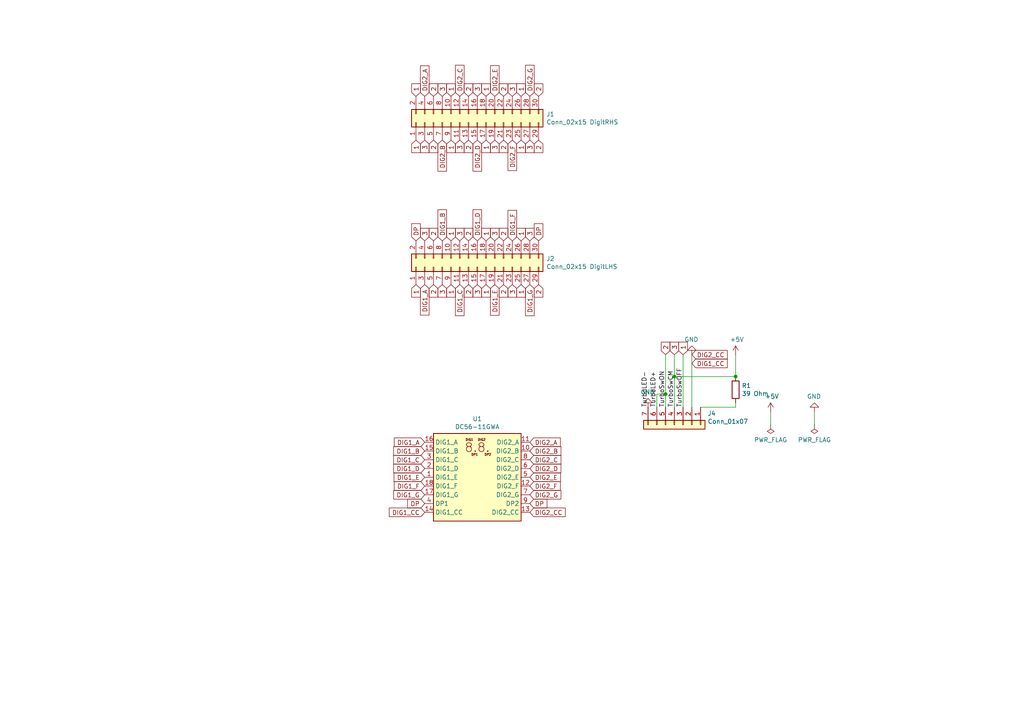
<source format=kicad_sch>
(kicad_sch (version 20250114) (generator "eeschema") (generator_version "9.0")
  (paper "A4")
  (title_block (title "MHz Display Blaster") (date "2023-07-02") (rev "rev.0.2") (company "Scrap Computing"))
  (lib_symbols
    (symbol "Connector_Generic:Conn_01x07" (pin_names (offset 1.016) (hide yes))
      (property "Reference" "J" (at 0 10.16 0))
      (property "Value" "Conn_01x07" (at 0 -10.16 0))
      (symbol "Conn_01x07_1_1"
        (rectangle (start -1.27 8.89) (end 1.27 -8.89) (stroke (width 0.254)) (fill (type background)))
        (rectangle (start -1.27 7.747) (end 0 7.493) (stroke (width 0.1524)))
        (rectangle (start -1.27 5.207) (end 0 4.953) (stroke (width 0.1524)))
        (rectangle (start -1.27 2.667) (end 0 2.413) (stroke (width 0.1524)))
        (rectangle (start -1.27 0.127) (end 0 -0.127) (stroke (width 0.1524)))
        (rectangle (start -1.27 -2.413) (end 0 -2.667) (stroke (width 0.1524)))
        (rectangle (start -1.27 -4.953) (end 0 -5.207) (stroke (width 0.1524)))
        (rectangle (start -1.27 -7.493) (end 0 -7.747) (stroke (width 0.1524)))
        (pin passive line (at -5.08 7.62 0) (length 3.81) (name "Pin_1") (number "1"))
        (pin passive line (at -5.08 5.08 0) (length 3.81) (name "Pin_2") (number "2"))
        (pin passive line (at -5.08 2.54 0) (length 3.81) (name "Pin_3") (number "3"))
        (pin passive line (at -5.08 0 0) (length 3.81) (name "Pin_4") (number "4"))
        (pin passive line (at -5.08 -2.54 0) (length 3.81) (name "Pin_5") (number "5"))
        (pin passive line (at -5.08 -5.08 0) (length 3.81) (name "Pin_6") (number "6"))
        (pin passive line (at -5.08 -7.62 0) (length 3.81) (name "Pin_7") (number "7"))
      )
    )
    (symbol "Connector_Generic:Conn_02x15_Odd_Even" (pin_names (offset 1.016) (hide yes))
      (property "Reference" "J" (at 1.27 20.32 0))
      (property "Value" "Conn_02x15_Odd_Even" (at 1.27 -20.32 0))
      (symbol "Conn_02x15_Odd_Even_1_1"
        (rectangle (start -1.27 19.05) (end 3.81 -19.05) (stroke (width 0.254)) (fill (type background)))
        (rectangle (start -1.27 17.907) (end 0 17.653) (stroke (width 0.1524)))
        (rectangle (start -1.27 15.367) (end 0 15.113) (stroke (width 0.1524)))
        (rectangle (start -1.27 12.827) (end 0 12.573) (stroke (width 0.1524)))
        (rectangle (start -1.27 10.287) (end 0 10.033) (stroke (width 0.1524)))
        (rectangle (start -1.27 7.747) (end 0 7.493) (stroke (width 0.1524)))
        (rectangle (start -1.27 5.207) (end 0 4.953) (stroke (width 0.1524)))
        (rectangle (start -1.27 2.667) (end 0 2.413) (stroke (width 0.1524)))
        (rectangle (start -1.27 0.127) (end 0 -0.127) (stroke (width 0.1524)))
        (rectangle (start -1.27 -2.413) (end 0 -2.667) (stroke (width 0.1524)))
        (rectangle (start -1.27 -4.953) (end 0 -5.207) (stroke (width 0.1524)))
        (rectangle (start -1.27 -7.493) (end 0 -7.747) (stroke (width 0.1524)))
        (rectangle (start -1.27 -10.033) (end 0 -10.287) (stroke (width 0.1524)))
        (rectangle (start -1.27 -12.573) (end 0 -12.827) (stroke (width 0.1524)))
        (rectangle (start -1.27 -15.113) (end 0 -15.367) (stroke (width 0.1524)))
        (rectangle (start -1.27 -17.653) (end 0 -17.907) (stroke (width 0.1524)))
        (rectangle (start 3.81 17.907) (end 2.54 17.653) (stroke (width 0.1524)))
        (rectangle (start 3.81 15.367) (end 2.54 15.113) (stroke (width 0.1524)))
        (rectangle (start 3.81 12.827) (end 2.54 12.573) (stroke (width 0.1524)))
        (rectangle (start 3.81 10.287) (end 2.54 10.033) (stroke (width 0.1524)))
        (rectangle (start 3.81 7.747) (end 2.54 7.493) (stroke (width 0.1524)))
        (rectangle (start 3.81 5.207) (end 2.54 4.953) (stroke (width 0.1524)))
        (rectangle (start 3.81 2.667) (end 2.54 2.413) (stroke (width 0.1524)))
        (rectangle (start 3.81 0.127) (end 2.54 -0.127) (stroke (width 0.1524)))
        (rectangle (start 3.81 -2.413) (end 2.54 -2.667) (stroke (width 0.1524)))
        (rectangle (start 3.81 -4.953) (end 2.54 -5.207) (stroke (width 0.1524)))
        (rectangle (start 3.81 -7.493) (end 2.54 -7.747) (stroke (width 0.1524)))
        (rectangle (start 3.81 -10.033) (end 2.54 -10.287) (stroke (width 0.1524)))
        (rectangle (start 3.81 -12.573) (end 2.54 -12.827) (stroke (width 0.1524)))
        (rectangle (start 3.81 -15.113) (end 2.54 -15.367) (stroke (width 0.1524)))
        (rectangle (start 3.81 -17.653) (end 2.54 -17.907) (stroke (width 0.1524)))
        (pin passive line (at -5.08 17.78 0) (length 3.81) (name "Pin_1") (number "1"))
        (pin passive line (at -5.08 15.24 0) (length 3.81) (name "Pin_3") (number "3"))
        (pin passive line (at -5.08 12.7 0) (length 3.81) (name "Pin_5") (number "5"))
        (pin passive line (at -5.08 10.16 0) (length 3.81) (name "Pin_7") (number "7"))
        (pin passive line (at -5.08 7.62 0) (length 3.81) (name "Pin_9") (number "9"))
        (pin passive line (at -5.08 5.08 0) (length 3.81) (name "Pin_11") (number "11"))
        (pin passive line (at -5.08 2.54 0) (length 3.81) (name "Pin_13") (number "13"))
        (pin passive line (at -5.08 0 0) (length 3.81) (name "Pin_15") (number "15"))
        (pin passive line (at -5.08 -2.54 0) (length 3.81) (name "Pin_17") (number "17"))
        (pin passive line (at -5.08 -5.08 0) (length 3.81) (name "Pin_19") (number "19"))
        (pin passive line (at -5.08 -7.62 0) (length 3.81) (name "Pin_21") (number "21"))
        (pin passive line (at -5.08 -10.16 0) (length 3.81) (name "Pin_23") (number "23"))
        (pin passive line (at -5.08 -12.7 0) (length 3.81) (name "Pin_25") (number "25"))
        (pin passive line (at -5.08 -15.24 0) (length 3.81) (name "Pin_27") (number "27"))
        (pin passive line (at -5.08 -17.78 0) (length 3.81) (name "Pin_29") (number "29"))
        (pin passive line (at 7.62 17.78 180) (length 3.81) (name "Pin_2") (number "2"))
        (pin passive line (at 7.62 15.24 180) (length 3.81) (name "Pin_4") (number "4"))
        (pin passive line (at 7.62 12.7 180) (length 3.81) (name "Pin_6") (number "6"))
        (pin passive line (at 7.62 10.16 180) (length 3.81) (name "Pin_8") (number "8"))
        (pin passive line (at 7.62 7.62 180) (length 3.81) (name "Pin_10") (number "10"))
        (pin passive line (at 7.62 5.08 180) (length 3.81) (name "Pin_12") (number "12"))
        (pin passive line (at 7.62 2.54 180) (length 3.81) (name "Pin_14") (number "14"))
        (pin passive line (at 7.62 0 180) (length 3.81) (name "Pin_16") (number "16"))
        (pin passive line (at 7.62 -2.54 180) (length 3.81) (name "Pin_18") (number "18"))
        (pin passive line (at 7.62 -5.08 180) (length 3.81) (name "Pin_20") (number "20"))
        (pin passive line (at 7.62 -7.62 180) (length 3.81) (name "Pin_22") (number "22"))
        (pin passive line (at 7.62 -10.16 180) (length 3.81) (name "Pin_24") (number "24"))
        (pin passive line (at 7.62 -12.7 180) (length 3.81) (name "Pin_26") (number "26"))
        (pin passive line (at 7.62 -15.24 180) (length 3.81) (name "Pin_28") (number "28"))
        (pin passive line (at 7.62 -17.78 180) (length 3.81) (name "Pin_30") (number "30"))
      )
    )
    (symbol "Device:R" (pin_numbers (hide yes)) (pin_names (offset 0))
      (property "Reference" "R" (at 2.032 0 90))
      (property "Value" "R" (at 0 0 90))
      (symbol "R_0_1"
        (rectangle (start -1.016 -2.54) (end 1.016 2.54) (stroke (width 0.254)))
      )
      (symbol "R_1_1"
        (pin passive line (at 0 3.81 270) (length 1.27) (name "~") (number "1"))
        (pin passive line (at 0 -3.81 90) (length 1.27) (name "~") (number "2"))
      )
    )
    (symbol "Display_Character:DC56-11GWA"
      (property "Reference" "U" (at -11.43 13.97 0))
      (property "Value" "DC56-11GWA" (at 12.065 13.97 0))
      (symbol "DC56-11GWA_0_0"
        (text "DIG1" (at -2.286 10.922 0) (effects (font (size 0.635 0.635))))
        (text "DP1" (at -0.762 6.604 0) (effects (font (size 0.635 0.635))))
        (text "8.8." (at 0 8.636 0) (effects (font (size 2.54 2.54))))
        (text "DIG2" (at 1.27 10.922 0) (effects (font (size 0.635 0.635))))
        (text "DP2" (at 3.048 6.604 0) (effects (font (size 0.635 0.635))))
      )
      (symbol "DC56-11GWA_0_1"
        (rectangle (start -12.7 12.7) (end 12.7 -12.7) (stroke (width 0.254)) (fill (type background)))
      )
      (symbol "DC56-11GWA_1_1"
        (pin input line (at -15.24 10.16 0) (length 2.54) (name "DIG1_A") (number "16"))
        (pin input line (at -15.24 7.62 0) (length 2.54) (name "DIG1_B") (number "15"))
        (pin input line (at -15.24 5.08 0) (length 2.54) (name "DIG1_C") (number "3"))
        (pin input line (at -15.24 2.54 0) (length 2.54) (name "DIG1_D") (number "2"))
        (pin input line (at -15.24 0 0) (length 2.54) (name "DIG1_E") (number "1"))
        (pin input line (at -15.24 -2.54 0) (length 2.54) (name "DIG1_F") (number "18"))
        (pin input line (at -15.24 -5.08 0) (length 2.54) (name "DIG1_G") (number "17"))
        (pin input line (at -15.24 -7.62 0) (length 2.54) (name "DP1") (number "4"))
        (pin input line (at -15.24 -10.16 0) (length 2.54) (name "DIG1_CC") (number "14"))
        (pin input line (at 15.24 10.16 180) (length 2.54) (name "DIG2_A") (number "11"))
        (pin input line (at 15.24 7.62 180) (length 2.54) (name "DIG2_B") (number "10"))
        (pin input line (at 15.24 5.08 180) (length 2.54) (name "DIG2_C") (number "8"))
        (pin input line (at 15.24 2.54 180) (length 2.54) (name "DIG2_D") (number "6"))
        (pin input line (at 15.24 0 180) (length 2.54) (name "DIG2_E") (number "5"))
        (pin input line (at 15.24 -2.54 180) (length 2.54) (name "DIG2_F") (number "12"))
        (pin input line (at 15.24 -5.08 180) (length 2.54) (name "DIG2_G") (number "7"))
        (pin input line (at 15.24 -7.62 180) (length 2.54) (name "DP2") (number "9"))
        (pin input line (at 15.24 -10.16 180) (length 2.54) (name "DIG2_CC") (number "13"))
      )
    )
    (symbol "power:+5V" (power) (pin_numbers (hide yes)) (pin_names (offset 0) (hide yes))
      (property "Value" "+5V" (at 0 3.556 0))
      (symbol "+5V_0_1"
        (polyline (pts (xy -0.762 1.27) (xy 0 2.54)))
        (polyline (pts (xy 0 2.54) (xy 0.762 1.27)))
        (polyline (pts (xy 0 0) (xy 0 2.54)))
      )
      (symbol "+5V_1_1"
        (pin power_in line (at 0 0 90) (length 0) (name "~") (number "1"))
      )
    )
    (symbol "power:GND" (power) (pin_numbers (hide yes)) (pin_names (offset 0) (hide yes))
      (property "Value" "GND" (at 0 -3.81 0))
      (symbol "GND_0_1"
        (polyline (pts (xy 0 0) (xy 0 -1.27) (xy 1.27 -1.27) (xy 0 -2.54) (xy -1.27 -1.27) (xy 0 -1.27)))
      )
      (symbol "GND_1_1"
        (pin power_in line (at 0 0 270) (length 0) (name "~") (number "1"))
      )
    )
    (symbol "power:PWR_FLAG" (power) (pin_numbers (hide yes)) (pin_names (offset 0) (hide yes))
      (property "Value" "PWR_FLAG" (at 0 3.81 0))
      (symbol "PWR_FLAG_0_0"
        (pin power_out line (at 0 0 90) (length 0) (name "~") (number "1"))
      )
      (symbol "PWR_FLAG_0_1"
        (polyline (pts (xy 0 0) (xy 0 1.27) (xy -1.016 1.905) (xy 0 2.54) (xy 1.016 1.905) (xy 0 1.27)))
      )
    )
  )
  (junction (at 213.36 109.22))
  (junction (at 195.58 109.22))
  (junction (at 193.04 114.3))
  (wire (pts (xy 195.58 109.22) (xy 195.58 118.11)))
  (wire (pts (xy 213.36 102.87) (xy 213.36 109.22)))
  (wire (pts (xy 200.66 102.87) (xy 200.66 118.11)))
  (wire (pts (xy 190.5 114.3) (xy 193.04 114.3)))
  (wire (pts (xy 236.22 123.19) (xy 236.22 119.38)))
  (wire (pts (xy 203.2 118.11) (xy 213.36 118.11)))
  (wire (pts (xy 193.04 114.3) (xy 193.04 102.87)))
  (wire (pts (xy 198.12 118.11) (xy 198.12 102.87)))
  (wire (pts (xy 213.36 118.11) (xy 213.36 116.84)))
  (wire (pts (xy 213.36 109.22) (xy 195.58 109.22)))
  (wire (pts (xy 190.5 118.11) (xy 190.5 114.3)))
  (wire (pts (xy 223.52 123.19) (xy 223.52 119.38)))
  (wire (pts (xy 195.58 102.87) (xy 195.58 109.22)))
  (wire (pts (xy 193.04 118.11) (xy 193.04 114.3)))
  (label "TurboSwON" (at 193.04 118.11 90))
  (label "TurboLED-" (at 187.96 118.11 90))
  (label "TurboSwCM" (at 195.58 118.11 90))
  (label "TurboSwOFF" (at 198.12 118.11 90))
  (label "TurboLED+" (at 190.5 118.11 90))
  (global_label "3" (shape input) (at 123.19 69.85 90) (property "Intersheetrefs" "${INTERSHEET_REFS}" (effects (hide yes))))
  (global_label "2" (shape input) (at 146.05 82.55 270) (property "Intersheetrefs" "${INTERSHEET_REFS}" (effects (hide yes))))
  (global_label "DP" (shape input) (at 123.19 146.05 180) (property "Intersheetrefs" "${INTERSHEET_REFS}" (effects (hide yes))))
  (global_label "2" (shape input) (at 135.89 82.55 270) (property "Intersheetrefs" "${INTERSHEET_REFS}" (effects (hide yes))))
  (global_label "1" (shape input) (at 130.81 40.64 270) (property "Intersheetrefs" "${INTERSHEET_REFS}" (effects (hide yes))))
  (global_label "3" (shape input) (at 148.59 27.94 90) (property "Intersheetrefs" "${INTERSHEET_REFS}" (effects (hide yes))))
  (global_label "1" (shape input) (at 198.12 102.87 90) (property "Intersheetrefs" "${INTERSHEET_REFS}" (effects (hide yes))))
  (global_label "1" (shape input) (at 140.97 40.64 270) (property "Intersheetrefs" "${INTERSHEET_REFS}" (effects (hide yes))))
  (global_label "1" (shape input) (at 140.97 69.85 90) (property "Intersheetrefs" "${INTERSHEET_REFS}" (effects (hide yes))))
  (global_label "3" (shape input) (at 153.67 40.64 270) (property "Intersheetrefs" "${INTERSHEET_REFS}" (effects (hide yes))))
  (global_label "DIG1_E" (shape input) (at 123.19 138.43 180) (property "Intersheetrefs" "${INTERSHEET_REFS}" (effects (hide yes))))
  (global_label "1" (shape input) (at 120.65 27.94 90) (property "Intersheetrefs" "${INTERSHEET_REFS}" (effects (hide yes))))
  (global_label "3" (shape input) (at 148.59 82.55 270) (property "Intersheetrefs" "${INTERSHEET_REFS}" (effects (hide yes))))
  (global_label "DIG2_F" (shape input) (at 153.67 140.97 0) (property "Intersheetrefs" "${INTERSHEET_REFS}" (effects (hide yes))))
  (global_label "2" (shape input) (at 146.05 27.94 90) (property "Intersheetrefs" "${INTERSHEET_REFS}" (effects (hide yes))))
  (global_label "DIG2_F" (shape input) (at 148.59 40.64 270) (property "Intersheetrefs" "${INTERSHEET_REFS}" (effects (hide yes))))
  (global_label "1" (shape input) (at 120.65 82.55 270) (property "Intersheetrefs" "${INTERSHEET_REFS}" (effects (hide yes))))
  (global_label "3" (shape input) (at 128.27 82.55 270) (property "Intersheetrefs" "${INTERSHEET_REFS}" (effects (hide yes))))
  (global_label "2" (shape input) (at 156.21 82.55 270) (property "Intersheetrefs" "${INTERSHEET_REFS}" (effects (hide yes))))
  (global_label "1" (shape input) (at 130.81 82.55 270) (property "Intersheetrefs" "${INTERSHEET_REFS}" (effects (hide yes))))
  (global_label "DIG1_G" (shape input) (at 123.19 143.51 180) (property "Intersheetrefs" "${INTERSHEET_REFS}" (effects (hide yes))))
  (global_label "DIG2_D" (shape input) (at 153.67 135.89 0) (property "Intersheetrefs" "${INTERSHEET_REFS}" (effects (hide yes))))
  (global_label "DIG1_A" (shape input) (at 123.19 128.27 180) (property "Intersheetrefs" "${INTERSHEET_REFS}" (effects (hide yes))))
  (global_label "2" (shape input) (at 146.05 40.64 270) (property "Intersheetrefs" "${INTERSHEET_REFS}" (effects (hide yes))))
  (global_label "2" (shape input) (at 135.89 69.85 90) (property "Intersheetrefs" "${INTERSHEET_REFS}" (effects (hide yes))))
  (global_label "2" (shape input) (at 135.89 40.64 270) (property "Intersheetrefs" "${INTERSHEET_REFS}" (effects (hide yes))))
  (global_label "DIG2_CC" (shape input) (at 200.66 102.87 0) (property "Intersheetrefs" "${INTERSHEET_REFS}" (effects (hide yes))))
  (global_label "DIG1_CC" (shape input) (at 200.66 105.41 0) (property "Intersheetrefs" "${INTERSHEET_REFS}" (effects (hide yes))))
  (global_label "2" (shape input) (at 135.89 27.94 90) (property "Intersheetrefs" "${INTERSHEET_REFS}" (effects (hide yes))))
  (global_label "DIG2_E" (shape input) (at 143.51 27.94 90) (property "Intersheetrefs" "${INTERSHEET_REFS}" (effects (hide yes))))
  (global_label "2" (shape input) (at 125.73 40.64 270) (property "Intersheetrefs" "${INTERSHEET_REFS}" (effects (hide yes))))
  (global_label "2" (shape input) (at 125.73 69.85 90) (property "Intersheetrefs" "${INTERSHEET_REFS}" (effects (hide yes))))
  (global_label "DIG2_G" (shape input) (at 153.67 27.94 90) (property "Intersheetrefs" "${INTERSHEET_REFS}" (effects (hide yes))))
  (global_label "1" (shape input) (at 130.81 27.94 90) (property "Intersheetrefs" "${INTERSHEET_REFS}" (effects (hide yes))))
  (global_label "2" (shape input) (at 193.04 102.87 90) (property "Intersheetrefs" "${INTERSHEET_REFS}" (effects (hide yes))))
  (global_label "2" (shape input) (at 146.05 69.85 90) (property "Intersheetrefs" "${INTERSHEET_REFS}" (effects (hide yes))))
  (global_label "DIG2_A" (shape input) (at 123.19 27.94 90) (property "Intersheetrefs" "${INTERSHEET_REFS}" (effects (hide yes))))
  (global_label "1" (shape input) (at 120.65 40.64 270) (property "Intersheetrefs" "${INTERSHEET_REFS}" (effects (hide yes))))
  (global_label "DIG1_D" (shape input) (at 123.19 135.89 180) (property "Intersheetrefs" "${INTERSHEET_REFS}" (effects (hide yes))))
  (global_label "3" (shape input) (at 138.43 27.94 90) (property "Intersheetrefs" "${INTERSHEET_REFS}" (effects (hide yes))))
  (global_label "DIG1_B" (shape input) (at 123.19 130.81 180) (property "Intersheetrefs" "${INTERSHEET_REFS}" (effects (hide yes))))
  (global_label "DIG2_D" (shape input) (at 138.43 40.64 270) (property "Intersheetrefs" "${INTERSHEET_REFS}" (effects (hide yes))))
  (global_label "DIG2_C" (shape input) (at 133.35 27.94 90) (property "Intersheetrefs" "${INTERSHEET_REFS}" (effects (hide yes))))
  (global_label "3" (shape input) (at 143.51 40.64 270) (property "Intersheetrefs" "${INTERSHEET_REFS}" (effects (hide yes))))
  (global_label "1" (shape input) (at 140.97 27.94 90) (property "Intersheetrefs" "${INTERSHEET_REFS}" (effects (hide yes))))
  (global_label "DIG1_A" (shape input) (at 123.19 82.55 270) (property "Intersheetrefs" "${INTERSHEET_REFS}" (effects (hide yes))))
  (global_label "1" (shape input) (at 140.97 82.55 270) (property "Intersheetrefs" "${INTERSHEET_REFS}" (effects (hide yes))))
  (global_label "1" (shape input) (at 151.13 82.55 270) (property "Intersheetrefs" "${INTERSHEET_REFS}" (effects (hide yes))))
  (global_label "2" (shape input) (at 125.73 27.94 90) (property "Intersheetrefs" "${INTERSHEET_REFS}" (effects (hide yes))))
  (global_label "DIG2_G" (shape input) (at 153.67 143.51 0) (property "Intersheetrefs" "${INTERSHEET_REFS}" (effects (hide yes))))
  (global_label "3" (shape input) (at 123.19 40.64 270) (property "Intersheetrefs" "${INTERSHEET_REFS}" (effects (hide yes))))
  (global_label "DIG1_C" (shape input) (at 123.19 133.35 180) (property "Intersheetrefs" "${INTERSHEET_REFS}" (effects (hide yes))))
  (global_label "DIG1_B" (shape input) (at 128.27 69.85 90) (property "Intersheetrefs" "${INTERSHEET_REFS}" (effects (hide yes))))
  (global_label "DIG1_C" (shape input) (at 133.35 82.55 270) (property "Intersheetrefs" "${INTERSHEET_REFS}" (effects (hide yes))))
  (global_label "DIG2_B" (shape input) (at 128.27 40.64 270) (property "Intersheetrefs" "${INTERSHEET_REFS}" (effects (hide yes))))
  (global_label "DIG1_D" (shape input) (at 138.43 69.85 90) (property "Intersheetrefs" "${INTERSHEET_REFS}" (effects (hide yes))))
  (global_label "3" (shape input) (at 133.35 69.85 90) (property "Intersheetrefs" "${INTERSHEET_REFS}" (effects (hide yes))))
  (global_label "DIG1_E" (shape input) (at 143.51 82.55 270) (property "Intersheetrefs" "${INTERSHEET_REFS}" (effects (hide yes))))
  (global_label "1" (shape input) (at 151.13 27.94 90) (property "Intersheetrefs" "${INTERSHEET_REFS}" (effects (hide yes))))
  (global_label "3" (shape input) (at 195.58 102.87 90) (property "Intersheetrefs" "${INTERSHEET_REFS}" (effects (hide yes))))
  (global_label "2" (shape input) (at 125.73 82.55 270) (property "Intersheetrefs" "${INTERSHEET_REFS}" (effects (hide yes))))
  (global_label "2" (shape input) (at 156.21 27.94 90) (property "Intersheetrefs" "${INTERSHEET_REFS}" (effects (hide yes))))
  (global_label "3" (shape input) (at 138.43 82.55 270) (property "Intersheetrefs" "${INTERSHEET_REFS}" (effects (hide yes))))
  (global_label "DIG2_B" (shape input) (at 153.67 130.81 0) (property "Intersheetrefs" "${INTERSHEET_REFS}" (effects (hide yes))))
  (global_label "1" (shape input) (at 151.13 69.85 90) (property "Intersheetrefs" "${INTERSHEET_REFS}" (effects (hide yes))))
  (global_label "DIG2_C" (shape input) (at 153.67 133.35 0) (property "Intersheetrefs" "${INTERSHEET_REFS}" (effects (hide yes))))
  (global_label "2" (shape input) (at 156.21 40.64 270) (property "Intersheetrefs" "${INTERSHEET_REFS}" (effects (hide yes))))
  (global_label "DP" (shape input) (at 156.21 69.85 90) (property "Intersheetrefs" "${INTERSHEET_REFS}" (effects (hide yes))))
  (global_label "DIG1_F" (shape input) (at 123.19 140.97 180) (property "Intersheetrefs" "${INTERSHEET_REFS}" (effects (hide yes))))
  (global_label "DIG2_A" (shape input) (at 153.67 128.27 0) (property "Intersheetrefs" "${INTERSHEET_REFS}" (effects (hide yes))))
  (global_label "3" (shape input) (at 153.67 69.85 90) (property "Intersheetrefs" "${INTERSHEET_REFS}" (effects (hide yes))))
  (global_label "3" (shape input) (at 143.51 69.85 90) (property "Intersheetrefs" "${INTERSHEET_REFS}" (effects (hide yes))))
  (global_label "3" (shape input) (at 133.35 40.64 270) (property "Intersheetrefs" "${INTERSHEET_REFS}" (effects (hide yes))))
  (global_label "1" (shape input) (at 130.81 69.85 90) (property "Intersheetrefs" "${INTERSHEET_REFS}" (effects (hide yes))))
  (global_label "DP" (shape input) (at 120.65 69.85 90) (property "Intersheetrefs" "${INTERSHEET_REFS}" (effects (hide yes))))
  (global_label "DIG1_CC" (shape input) (at 123.19 148.59 180) (property "Intersheetrefs" "${INTERSHEET_REFS}" (effects (hide yes))))
  (global_label "DIG1_G" (shape input) (at 153.67 82.55 270) (property "Intersheetrefs" "${INTERSHEET_REFS}" (effects (hide yes))))
  (global_label "DIG1_F" (shape input) (at 148.59 69.85 90) (property "Intersheetrefs" "${INTERSHEET_REFS}" (effects (hide yes))))
  (global_label "3" (shape input) (at 128.27 27.94 90) (property "Intersheetrefs" "${INTERSHEET_REFS}" (effects (hide yes))))
  (global_label "1" (shape input) (at 151.13 40.64 270) (property "Intersheetrefs" "${INTERSHEET_REFS}" (effects (hide yes))))
  (global_label "DIG2_CC" (shape input) (at 153.67 148.59 0) (property "Intersheetrefs" "${INTERSHEET_REFS}" (effects (hide yes))))
  (global_label "DIG2_E" (shape input) (at 153.67 138.43 0) (property "Intersheetrefs" "${INTERSHEET_REFS}" (effects (hide yes))))
  (global_label "DP" (shape input) (at 153.67 146.05 0) (property "Intersheetrefs" "${INTERSHEET_REFS}" (effects (hide yes))))
  (symbol (lib_id "Connector_Generic:Conn_02x15_Odd_Even") (at 138.43 35.56 90) (unit 1)
    (property "Reference" "J1" (at 158.4452 33.1216 90) (effects (justify right)))
    (property "Value" "Conn_02x15 DigitRHS" (at 158.4452 35.433 90) (effects (justify right)))
    (property "Footprint" "Connector_PinHeader_2.54mm:PinHeader_2x15_P2.54mm_Vertical" (effects (hide yes)))
  )
  (symbol (lib_id "Connector_Generic:Conn_02x15_Odd_Even") (at 138.43 77.47 90) (unit 1)
    (property "Reference" "J2" (at 158.4452 75.0316 90) (effects (justify right)))
    (property "Value" "Conn_02x15 DigitLHS" (at 158.4452 77.343 90) (effects (justify right)))
    (property "Footprint" "Connector_PinHeader_2.54mm:PinHeader_2x15_P2.54mm_Vertical" (effects (hide yes)))
  )
  (symbol (lib_id "Connector_Generic:Conn_01x07") (at 195.58 123.19 270) (unit 1)
    (property "Reference" "J4" (at 205.232 119.9388 90) (effects (justify left)))
    (property "Value" "Conn_01x07" (at 205.232 122.2502 90) (effects (justify left)))
    (property "Footprint" "Connector_PinHeader_2.54mm:PinHeader_1x07_P2.54mm_Vertical" (effects (hide yes)))
  )
  (symbol (lib_id "Device:R") (at 213.36 113.03 0) (unit 1)
    (property "Reference" "R1" (at 215.138 111.8616 0) (effects (justify left)))
    (property "Value" "39 Ohm" (at 215.138 114.173 0) (effects (justify left)))
    (property "Footprint" "Resistor_THT:R_Axial_DIN0207_L6.3mm_D2.5mm_P10.16mm_Horizontal" (effects (hide yes)))
  )
  (symbol (lib_id "Display_Character:DC56-11GWA") (at 138.43 138.43 0) (unit 1)
    (property "Reference" "U1" (at 138.43 121.4882 0))
    (property "Value" "DC56-11GWA" (at 138.43 123.7996 0))
    (property "Footprint" "Display_7Segment:DA56-11CGKWA" (effects (hide yes)))
    (property "Datasheet" "http://www.kingbrightusa.com/images/catalog/SPEC/DC56-11GWA.pdf" (effects (hide yes)))
  )
  (symbol (lib_id "power:+5V") (at 223.52 119.38 0) (unit 1)
    (property "Reference" "#PWR02" (effects (hide yes)))
    (property "Value" "+5V" (at 223.901 114.9858 0))
  )
  (symbol (lib_id "power:GND") (at 236.22 119.38 180) (unit 1)
    (property "Reference" "#PWR01" (effects (hide yes)))
    (property "Value" "GND" (at 236.093 114.9858 0))
  )
  (symbol (lib_id "power:PWR_FLAG") (at 236.22 123.19 180) (unit 1)
    (property "Reference" "#FLG0101" (effects (hide yes)))
    (property "Value" "PWR_FLAG" (at 236.22 127.5842 0))
  )
  (symbol (lib_id "power:PWR_FLAG") (at 223.52 123.19 180) (unit 1)
    (property "Reference" "#FLG0102" (effects (hide yes)))
    (property "Value" "PWR_FLAG" (at 223.52 127.5842 0))
  )
  (symbol (lib_id "power:GND") (at 200.66 102.87 180) (unit 1)
    (property "Reference" "#PWR0101" (effects (hide yes)))
    (property "Value" "GND" (at 200.533 98.4758 0))
  )
  (symbol (lib_id "power:+5V") (at 213.36 102.87 0) (unit 1)
    (property "Reference" "#PWR0102" (effects (hide yes)))
    (property "Value" "+5V" (at 213.741 98.4758 0))
  )
  (symbol (lib_id "power:GND") (at 187.96 118.11 180) (unit 1)
    (property "Reference" "#PWR0103" (effects (hide yes)))
    (property "Value" "GND" (at 187.833 113.7158 0))
  )
)
</source>
